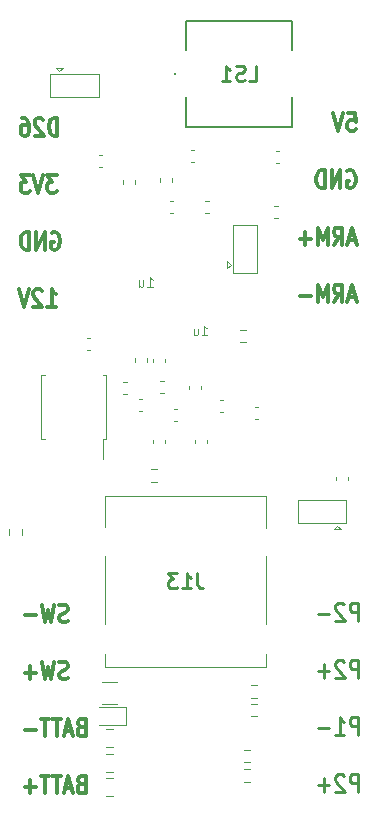
<source format=gbr>
%TF.GenerationSoftware,KiCad,Pcbnew,7.0.5*%
%TF.CreationDate,2023-08-27T23:52:23-07:00*%
%TF.ProjectId,Lyra V2,4c797261-2056-4322-9e6b-696361645f70,rev?*%
%TF.SameCoordinates,Original*%
%TF.FileFunction,Legend,Bot*%
%TF.FilePolarity,Positive*%
%FSLAX46Y46*%
G04 Gerber Fmt 4.6, Leading zero omitted, Abs format (unit mm)*
G04 Created by KiCad (PCBNEW 7.0.5) date 2023-08-27 23:52:23*
%MOMM*%
%LPD*%
G01*
G04 APERTURE LIST*
%ADD10C,0.312500*%
%ADD11C,0.250000*%
%ADD12C,0.100000*%
%ADD13C,0.254000*%
%ADD14C,0.120000*%
%ADD15C,0.200000*%
G04 APERTURE END LIST*
D10*
X133318350Y-70982978D02*
X133913588Y-70982978D01*
X133913588Y-70982978D02*
X133973112Y-71697264D01*
X133973112Y-71697264D02*
X133913588Y-71625835D01*
X133913588Y-71625835D02*
X133794541Y-71554407D01*
X133794541Y-71554407D02*
X133496922Y-71554407D01*
X133496922Y-71554407D02*
X133377874Y-71625835D01*
X133377874Y-71625835D02*
X133318350Y-71697264D01*
X133318350Y-71697264D02*
X133258827Y-71840121D01*
X133258827Y-71840121D02*
X133258827Y-72197264D01*
X133258827Y-72197264D02*
X133318350Y-72340121D01*
X133318350Y-72340121D02*
X133377874Y-72411550D01*
X133377874Y-72411550D02*
X133496922Y-72482978D01*
X133496922Y-72482978D02*
X133794541Y-72482978D01*
X133794541Y-72482978D02*
X133913588Y-72411550D01*
X133913588Y-72411550D02*
X133973112Y-72340121D01*
X132901684Y-70982978D02*
X132485017Y-72482978D01*
X132485017Y-72482978D02*
X132068351Y-70982978D01*
X133258827Y-75884407D02*
X133377874Y-75812978D01*
X133377874Y-75812978D02*
X133556446Y-75812978D01*
X133556446Y-75812978D02*
X133735017Y-75884407D01*
X133735017Y-75884407D02*
X133854065Y-76027264D01*
X133854065Y-76027264D02*
X133913588Y-76170121D01*
X133913588Y-76170121D02*
X133973112Y-76455835D01*
X133973112Y-76455835D02*
X133973112Y-76670121D01*
X133973112Y-76670121D02*
X133913588Y-76955835D01*
X133913588Y-76955835D02*
X133854065Y-77098692D01*
X133854065Y-77098692D02*
X133735017Y-77241550D01*
X133735017Y-77241550D02*
X133556446Y-77312978D01*
X133556446Y-77312978D02*
X133437398Y-77312978D01*
X133437398Y-77312978D02*
X133258827Y-77241550D01*
X133258827Y-77241550D02*
X133199303Y-77170121D01*
X133199303Y-77170121D02*
X133199303Y-76670121D01*
X133199303Y-76670121D02*
X133437398Y-76670121D01*
X132663588Y-77312978D02*
X132663588Y-75812978D01*
X132663588Y-75812978D02*
X131949303Y-77312978D01*
X131949303Y-77312978D02*
X131949303Y-75812978D01*
X131354064Y-77312978D02*
X131354064Y-75812978D01*
X131354064Y-75812978D02*
X131056445Y-75812978D01*
X131056445Y-75812978D02*
X130877874Y-75884407D01*
X130877874Y-75884407D02*
X130758826Y-76027264D01*
X130758826Y-76027264D02*
X130699303Y-76170121D01*
X130699303Y-76170121D02*
X130639779Y-76455835D01*
X130639779Y-76455835D02*
X130639779Y-76670121D01*
X130639779Y-76670121D02*
X130699303Y-76955835D01*
X130699303Y-76955835D02*
X130758826Y-77098692D01*
X130758826Y-77098692D02*
X130877874Y-77241550D01*
X130877874Y-77241550D02*
X131056445Y-77312978D01*
X131056445Y-77312978D02*
X131354064Y-77312978D01*
X133973112Y-81714407D02*
X133377874Y-81714407D01*
X134092160Y-82142978D02*
X133675493Y-80642978D01*
X133675493Y-80642978D02*
X133258827Y-82142978D01*
X132127874Y-82142978D02*
X132544540Y-81428692D01*
X132842159Y-82142978D02*
X132842159Y-80642978D01*
X132842159Y-80642978D02*
X132365969Y-80642978D01*
X132365969Y-80642978D02*
X132246921Y-80714407D01*
X132246921Y-80714407D02*
X132187398Y-80785835D01*
X132187398Y-80785835D02*
X132127874Y-80928692D01*
X132127874Y-80928692D02*
X132127874Y-81142978D01*
X132127874Y-81142978D02*
X132187398Y-81285835D01*
X132187398Y-81285835D02*
X132246921Y-81357264D01*
X132246921Y-81357264D02*
X132365969Y-81428692D01*
X132365969Y-81428692D02*
X132842159Y-81428692D01*
X131592159Y-82142978D02*
X131592159Y-80642978D01*
X131592159Y-80642978D02*
X131175493Y-81714407D01*
X131175493Y-81714407D02*
X130758826Y-80642978D01*
X130758826Y-80642978D02*
X130758826Y-82142978D01*
X130163588Y-81571550D02*
X129211208Y-81571550D01*
X129687398Y-82142978D02*
X129687398Y-81000121D01*
X133973112Y-86544407D02*
X133377874Y-86544407D01*
X134092160Y-86972978D02*
X133675493Y-85472978D01*
X133675493Y-85472978D02*
X133258827Y-86972978D01*
X132127874Y-86972978D02*
X132544540Y-86258692D01*
X132842159Y-86972978D02*
X132842159Y-85472978D01*
X132842159Y-85472978D02*
X132365969Y-85472978D01*
X132365969Y-85472978D02*
X132246921Y-85544407D01*
X132246921Y-85544407D02*
X132187398Y-85615835D01*
X132187398Y-85615835D02*
X132127874Y-85758692D01*
X132127874Y-85758692D02*
X132127874Y-85972978D01*
X132127874Y-85972978D02*
X132187398Y-86115835D01*
X132187398Y-86115835D02*
X132246921Y-86187264D01*
X132246921Y-86187264D02*
X132365969Y-86258692D01*
X132365969Y-86258692D02*
X132842159Y-86258692D01*
X131592159Y-86972978D02*
X131592159Y-85472978D01*
X131592159Y-85472978D02*
X131175493Y-86544407D01*
X131175493Y-86544407D02*
X130758826Y-85472978D01*
X130758826Y-85472978D02*
X130758826Y-86972978D01*
X130163588Y-86401550D02*
X129211208Y-86401550D01*
X108694924Y-72857978D02*
X108694924Y-71357978D01*
X108694924Y-71357978D02*
X108397305Y-71357978D01*
X108397305Y-71357978D02*
X108218734Y-71429407D01*
X108218734Y-71429407D02*
X108099686Y-71572264D01*
X108099686Y-71572264D02*
X108040163Y-71715121D01*
X108040163Y-71715121D02*
X107980639Y-72000835D01*
X107980639Y-72000835D02*
X107980639Y-72215121D01*
X107980639Y-72215121D02*
X108040163Y-72500835D01*
X108040163Y-72500835D02*
X108099686Y-72643692D01*
X108099686Y-72643692D02*
X108218734Y-72786550D01*
X108218734Y-72786550D02*
X108397305Y-72857978D01*
X108397305Y-72857978D02*
X108694924Y-72857978D01*
X107504448Y-71500835D02*
X107444924Y-71429407D01*
X107444924Y-71429407D02*
X107325877Y-71357978D01*
X107325877Y-71357978D02*
X107028258Y-71357978D01*
X107028258Y-71357978D02*
X106909210Y-71429407D01*
X106909210Y-71429407D02*
X106849686Y-71500835D01*
X106849686Y-71500835D02*
X106790163Y-71643692D01*
X106790163Y-71643692D02*
X106790163Y-71786550D01*
X106790163Y-71786550D02*
X106849686Y-72000835D01*
X106849686Y-72000835D02*
X107563972Y-72857978D01*
X107563972Y-72857978D02*
X106790163Y-72857978D01*
X105718734Y-71357978D02*
X105956829Y-71357978D01*
X105956829Y-71357978D02*
X106075877Y-71429407D01*
X106075877Y-71429407D02*
X106135401Y-71500835D01*
X106135401Y-71500835D02*
X106254448Y-71715121D01*
X106254448Y-71715121D02*
X106313972Y-72000835D01*
X106313972Y-72000835D02*
X106313972Y-72572264D01*
X106313972Y-72572264D02*
X106254448Y-72715121D01*
X106254448Y-72715121D02*
X106194925Y-72786550D01*
X106194925Y-72786550D02*
X106075877Y-72857978D01*
X106075877Y-72857978D02*
X105837782Y-72857978D01*
X105837782Y-72857978D02*
X105718734Y-72786550D01*
X105718734Y-72786550D02*
X105659210Y-72715121D01*
X105659210Y-72715121D02*
X105599687Y-72572264D01*
X105599687Y-72572264D02*
X105599687Y-72215121D01*
X105599687Y-72215121D02*
X105659210Y-72072264D01*
X105659210Y-72072264D02*
X105718734Y-72000835D01*
X105718734Y-72000835D02*
X105837782Y-71929407D01*
X105837782Y-71929407D02*
X106075877Y-71929407D01*
X106075877Y-71929407D02*
X106194925Y-72000835D01*
X106194925Y-72000835D02*
X106254448Y-72072264D01*
X106254448Y-72072264D02*
X106313972Y-72215121D01*
X108635401Y-76187978D02*
X107861592Y-76187978D01*
X107861592Y-76187978D02*
X108278258Y-76759407D01*
X108278258Y-76759407D02*
X108099687Y-76759407D01*
X108099687Y-76759407D02*
X107980639Y-76830835D01*
X107980639Y-76830835D02*
X107921115Y-76902264D01*
X107921115Y-76902264D02*
X107861592Y-77045121D01*
X107861592Y-77045121D02*
X107861592Y-77402264D01*
X107861592Y-77402264D02*
X107921115Y-77545121D01*
X107921115Y-77545121D02*
X107980639Y-77616550D01*
X107980639Y-77616550D02*
X108099687Y-77687978D01*
X108099687Y-77687978D02*
X108456830Y-77687978D01*
X108456830Y-77687978D02*
X108575877Y-77616550D01*
X108575877Y-77616550D02*
X108635401Y-77545121D01*
X107504449Y-76187978D02*
X107087782Y-77687978D01*
X107087782Y-77687978D02*
X106671116Y-76187978D01*
X106373496Y-76187978D02*
X105599687Y-76187978D01*
X105599687Y-76187978D02*
X106016353Y-76759407D01*
X106016353Y-76759407D02*
X105837782Y-76759407D01*
X105837782Y-76759407D02*
X105718734Y-76830835D01*
X105718734Y-76830835D02*
X105659210Y-76902264D01*
X105659210Y-76902264D02*
X105599687Y-77045121D01*
X105599687Y-77045121D02*
X105599687Y-77402264D01*
X105599687Y-77402264D02*
X105659210Y-77545121D01*
X105659210Y-77545121D02*
X105718734Y-77616550D01*
X105718734Y-77616550D02*
X105837782Y-77687978D01*
X105837782Y-77687978D02*
X106194925Y-77687978D01*
X106194925Y-77687978D02*
X106313972Y-77616550D01*
X106313972Y-77616550D02*
X106373496Y-77545121D01*
X108218735Y-81089407D02*
X108337782Y-81017978D01*
X108337782Y-81017978D02*
X108516354Y-81017978D01*
X108516354Y-81017978D02*
X108694925Y-81089407D01*
X108694925Y-81089407D02*
X108813973Y-81232264D01*
X108813973Y-81232264D02*
X108873496Y-81375121D01*
X108873496Y-81375121D02*
X108933020Y-81660835D01*
X108933020Y-81660835D02*
X108933020Y-81875121D01*
X108933020Y-81875121D02*
X108873496Y-82160835D01*
X108873496Y-82160835D02*
X108813973Y-82303692D01*
X108813973Y-82303692D02*
X108694925Y-82446550D01*
X108694925Y-82446550D02*
X108516354Y-82517978D01*
X108516354Y-82517978D02*
X108397306Y-82517978D01*
X108397306Y-82517978D02*
X108218735Y-82446550D01*
X108218735Y-82446550D02*
X108159211Y-82375121D01*
X108159211Y-82375121D02*
X108159211Y-81875121D01*
X108159211Y-81875121D02*
X108397306Y-81875121D01*
X107623496Y-82517978D02*
X107623496Y-81017978D01*
X107623496Y-81017978D02*
X106909211Y-82517978D01*
X106909211Y-82517978D02*
X106909211Y-81017978D01*
X106313972Y-82517978D02*
X106313972Y-81017978D01*
X106313972Y-81017978D02*
X106016353Y-81017978D01*
X106016353Y-81017978D02*
X105837782Y-81089407D01*
X105837782Y-81089407D02*
X105718734Y-81232264D01*
X105718734Y-81232264D02*
X105659211Y-81375121D01*
X105659211Y-81375121D02*
X105599687Y-81660835D01*
X105599687Y-81660835D02*
X105599687Y-81875121D01*
X105599687Y-81875121D02*
X105659211Y-82160835D01*
X105659211Y-82160835D02*
X105718734Y-82303692D01*
X105718734Y-82303692D02*
X105837782Y-82446550D01*
X105837782Y-82446550D02*
X106016353Y-82517978D01*
X106016353Y-82517978D02*
X106313972Y-82517978D01*
X107861592Y-87347978D02*
X108575877Y-87347978D01*
X108218734Y-87347978D02*
X108218734Y-85847978D01*
X108218734Y-85847978D02*
X108337782Y-86062264D01*
X108337782Y-86062264D02*
X108456830Y-86205121D01*
X108456830Y-86205121D02*
X108575877Y-86276550D01*
X107385401Y-85990835D02*
X107325877Y-85919407D01*
X107325877Y-85919407D02*
X107206830Y-85847978D01*
X107206830Y-85847978D02*
X106909211Y-85847978D01*
X106909211Y-85847978D02*
X106790163Y-85919407D01*
X106790163Y-85919407D02*
X106730639Y-85990835D01*
X106730639Y-85990835D02*
X106671116Y-86133692D01*
X106671116Y-86133692D02*
X106671116Y-86276550D01*
X106671116Y-86276550D02*
X106730639Y-86490835D01*
X106730639Y-86490835D02*
X107444925Y-87347978D01*
X107444925Y-87347978D02*
X106671116Y-87347978D01*
X106313973Y-85847978D02*
X105897306Y-87347978D01*
X105897306Y-87347978D02*
X105480640Y-85847978D01*
D11*
X134154948Y-113913428D02*
X134154948Y-112413428D01*
X134154948Y-112413428D02*
X133678758Y-112413428D01*
X133678758Y-112413428D02*
X133559710Y-112484857D01*
X133559710Y-112484857D02*
X133500187Y-112556285D01*
X133500187Y-112556285D02*
X133440663Y-112699142D01*
X133440663Y-112699142D02*
X133440663Y-112913428D01*
X133440663Y-112913428D02*
X133500187Y-113056285D01*
X133500187Y-113056285D02*
X133559710Y-113127714D01*
X133559710Y-113127714D02*
X133678758Y-113199142D01*
X133678758Y-113199142D02*
X134154948Y-113199142D01*
X132964472Y-112556285D02*
X132904948Y-112484857D01*
X132904948Y-112484857D02*
X132785901Y-112413428D01*
X132785901Y-112413428D02*
X132488282Y-112413428D01*
X132488282Y-112413428D02*
X132369234Y-112484857D01*
X132369234Y-112484857D02*
X132309710Y-112556285D01*
X132309710Y-112556285D02*
X132250187Y-112699142D01*
X132250187Y-112699142D02*
X132250187Y-112842000D01*
X132250187Y-112842000D02*
X132309710Y-113056285D01*
X132309710Y-113056285D02*
X133023996Y-113913428D01*
X133023996Y-113913428D02*
X132250187Y-113913428D01*
X131714472Y-113342000D02*
X130762092Y-113342000D01*
X134154948Y-118743428D02*
X134154948Y-117243428D01*
X134154948Y-117243428D02*
X133678758Y-117243428D01*
X133678758Y-117243428D02*
X133559710Y-117314857D01*
X133559710Y-117314857D02*
X133500187Y-117386285D01*
X133500187Y-117386285D02*
X133440663Y-117529142D01*
X133440663Y-117529142D02*
X133440663Y-117743428D01*
X133440663Y-117743428D02*
X133500187Y-117886285D01*
X133500187Y-117886285D02*
X133559710Y-117957714D01*
X133559710Y-117957714D02*
X133678758Y-118029142D01*
X133678758Y-118029142D02*
X134154948Y-118029142D01*
X132964472Y-117386285D02*
X132904948Y-117314857D01*
X132904948Y-117314857D02*
X132785901Y-117243428D01*
X132785901Y-117243428D02*
X132488282Y-117243428D01*
X132488282Y-117243428D02*
X132369234Y-117314857D01*
X132369234Y-117314857D02*
X132309710Y-117386285D01*
X132309710Y-117386285D02*
X132250187Y-117529142D01*
X132250187Y-117529142D02*
X132250187Y-117672000D01*
X132250187Y-117672000D02*
X132309710Y-117886285D01*
X132309710Y-117886285D02*
X133023996Y-118743428D01*
X133023996Y-118743428D02*
X132250187Y-118743428D01*
X131714472Y-118172000D02*
X130762092Y-118172000D01*
X131238282Y-118743428D02*
X131238282Y-117600571D01*
X134154948Y-123573428D02*
X134154948Y-122073428D01*
X134154948Y-122073428D02*
X133678758Y-122073428D01*
X133678758Y-122073428D02*
X133559710Y-122144857D01*
X133559710Y-122144857D02*
X133500187Y-122216285D01*
X133500187Y-122216285D02*
X133440663Y-122359142D01*
X133440663Y-122359142D02*
X133440663Y-122573428D01*
X133440663Y-122573428D02*
X133500187Y-122716285D01*
X133500187Y-122716285D02*
X133559710Y-122787714D01*
X133559710Y-122787714D02*
X133678758Y-122859142D01*
X133678758Y-122859142D02*
X134154948Y-122859142D01*
X132250187Y-123573428D02*
X132964472Y-123573428D01*
X132607329Y-123573428D02*
X132607329Y-122073428D01*
X132607329Y-122073428D02*
X132726377Y-122287714D01*
X132726377Y-122287714D02*
X132845425Y-122430571D01*
X132845425Y-122430571D02*
X132964472Y-122502000D01*
X131714472Y-123002000D02*
X130762092Y-123002000D01*
X134154948Y-128403428D02*
X134154948Y-126903428D01*
X134154948Y-126903428D02*
X133678758Y-126903428D01*
X133678758Y-126903428D02*
X133559710Y-126974857D01*
X133559710Y-126974857D02*
X133500187Y-127046285D01*
X133500187Y-127046285D02*
X133440663Y-127189142D01*
X133440663Y-127189142D02*
X133440663Y-127403428D01*
X133440663Y-127403428D02*
X133500187Y-127546285D01*
X133500187Y-127546285D02*
X133559710Y-127617714D01*
X133559710Y-127617714D02*
X133678758Y-127689142D01*
X133678758Y-127689142D02*
X134154948Y-127689142D01*
X132964472Y-127046285D02*
X132904948Y-126974857D01*
X132904948Y-126974857D02*
X132785901Y-126903428D01*
X132785901Y-126903428D02*
X132488282Y-126903428D01*
X132488282Y-126903428D02*
X132369234Y-126974857D01*
X132369234Y-126974857D02*
X132309710Y-127046285D01*
X132309710Y-127046285D02*
X132250187Y-127189142D01*
X132250187Y-127189142D02*
X132250187Y-127332000D01*
X132250187Y-127332000D02*
X132309710Y-127546285D01*
X132309710Y-127546285D02*
X133023996Y-128403428D01*
X133023996Y-128403428D02*
X132250187Y-128403428D01*
X131714472Y-127832000D02*
X130762092Y-127832000D01*
X131238282Y-128403428D02*
X131238282Y-127260571D01*
D10*
X109584162Y-113988750D02*
X109405591Y-114060178D01*
X109405591Y-114060178D02*
X109107972Y-114060178D01*
X109107972Y-114060178D02*
X108988924Y-113988750D01*
X108988924Y-113988750D02*
X108929400Y-113917321D01*
X108929400Y-113917321D02*
X108869877Y-113774464D01*
X108869877Y-113774464D02*
X108869877Y-113631607D01*
X108869877Y-113631607D02*
X108929400Y-113488750D01*
X108929400Y-113488750D02*
X108988924Y-113417321D01*
X108988924Y-113417321D02*
X109107972Y-113345892D01*
X109107972Y-113345892D02*
X109346067Y-113274464D01*
X109346067Y-113274464D02*
X109465115Y-113203035D01*
X109465115Y-113203035D02*
X109524638Y-113131607D01*
X109524638Y-113131607D02*
X109584162Y-112988750D01*
X109584162Y-112988750D02*
X109584162Y-112845892D01*
X109584162Y-112845892D02*
X109524638Y-112703035D01*
X109524638Y-112703035D02*
X109465115Y-112631607D01*
X109465115Y-112631607D02*
X109346067Y-112560178D01*
X109346067Y-112560178D02*
X109048448Y-112560178D01*
X109048448Y-112560178D02*
X108869877Y-112631607D01*
X108453210Y-112560178D02*
X108155591Y-114060178D01*
X108155591Y-114060178D02*
X107917496Y-112988750D01*
X107917496Y-112988750D02*
X107679401Y-114060178D01*
X107679401Y-114060178D02*
X107381782Y-112560178D01*
X106905591Y-113488750D02*
X105953211Y-113488750D01*
X109584162Y-118818750D02*
X109405591Y-118890178D01*
X109405591Y-118890178D02*
X109107972Y-118890178D01*
X109107972Y-118890178D02*
X108988924Y-118818750D01*
X108988924Y-118818750D02*
X108929400Y-118747321D01*
X108929400Y-118747321D02*
X108869877Y-118604464D01*
X108869877Y-118604464D02*
X108869877Y-118461607D01*
X108869877Y-118461607D02*
X108929400Y-118318750D01*
X108929400Y-118318750D02*
X108988924Y-118247321D01*
X108988924Y-118247321D02*
X109107972Y-118175892D01*
X109107972Y-118175892D02*
X109346067Y-118104464D01*
X109346067Y-118104464D02*
X109465115Y-118033035D01*
X109465115Y-118033035D02*
X109524638Y-117961607D01*
X109524638Y-117961607D02*
X109584162Y-117818750D01*
X109584162Y-117818750D02*
X109584162Y-117675892D01*
X109584162Y-117675892D02*
X109524638Y-117533035D01*
X109524638Y-117533035D02*
X109465115Y-117461607D01*
X109465115Y-117461607D02*
X109346067Y-117390178D01*
X109346067Y-117390178D02*
X109048448Y-117390178D01*
X109048448Y-117390178D02*
X108869877Y-117461607D01*
X108453210Y-117390178D02*
X108155591Y-118890178D01*
X108155591Y-118890178D02*
X107917496Y-117818750D01*
X107917496Y-117818750D02*
X107679401Y-118890178D01*
X107679401Y-118890178D02*
X107381782Y-117390178D01*
X106905591Y-118318750D02*
X105953211Y-118318750D01*
X106429401Y-118890178D02*
X106429401Y-117747321D01*
X110715116Y-122934464D02*
X110536544Y-123005892D01*
X110536544Y-123005892D02*
X110477021Y-123077321D01*
X110477021Y-123077321D02*
X110417497Y-123220178D01*
X110417497Y-123220178D02*
X110417497Y-123434464D01*
X110417497Y-123434464D02*
X110477021Y-123577321D01*
X110477021Y-123577321D02*
X110536544Y-123648750D01*
X110536544Y-123648750D02*
X110655592Y-123720178D01*
X110655592Y-123720178D02*
X111131782Y-123720178D01*
X111131782Y-123720178D02*
X111131782Y-122220178D01*
X111131782Y-122220178D02*
X110715116Y-122220178D01*
X110715116Y-122220178D02*
X110596068Y-122291607D01*
X110596068Y-122291607D02*
X110536544Y-122363035D01*
X110536544Y-122363035D02*
X110477021Y-122505892D01*
X110477021Y-122505892D02*
X110477021Y-122648750D01*
X110477021Y-122648750D02*
X110536544Y-122791607D01*
X110536544Y-122791607D02*
X110596068Y-122863035D01*
X110596068Y-122863035D02*
X110715116Y-122934464D01*
X110715116Y-122934464D02*
X111131782Y-122934464D01*
X109941306Y-123291607D02*
X109346068Y-123291607D01*
X110060354Y-123720178D02*
X109643687Y-122220178D01*
X109643687Y-122220178D02*
X109227021Y-123720178D01*
X108988925Y-122220178D02*
X108274639Y-122220178D01*
X108631782Y-123720178D02*
X108631782Y-122220178D01*
X108036544Y-122220178D02*
X107322258Y-122220178D01*
X107679401Y-123720178D02*
X107679401Y-122220178D01*
X106905591Y-123148750D02*
X105953211Y-123148750D01*
X110715116Y-127764464D02*
X110536544Y-127835892D01*
X110536544Y-127835892D02*
X110477021Y-127907321D01*
X110477021Y-127907321D02*
X110417497Y-128050178D01*
X110417497Y-128050178D02*
X110417497Y-128264464D01*
X110417497Y-128264464D02*
X110477021Y-128407321D01*
X110477021Y-128407321D02*
X110536544Y-128478750D01*
X110536544Y-128478750D02*
X110655592Y-128550178D01*
X110655592Y-128550178D02*
X111131782Y-128550178D01*
X111131782Y-128550178D02*
X111131782Y-127050178D01*
X111131782Y-127050178D02*
X110715116Y-127050178D01*
X110715116Y-127050178D02*
X110596068Y-127121607D01*
X110596068Y-127121607D02*
X110536544Y-127193035D01*
X110536544Y-127193035D02*
X110477021Y-127335892D01*
X110477021Y-127335892D02*
X110477021Y-127478750D01*
X110477021Y-127478750D02*
X110536544Y-127621607D01*
X110536544Y-127621607D02*
X110596068Y-127693035D01*
X110596068Y-127693035D02*
X110715116Y-127764464D01*
X110715116Y-127764464D02*
X111131782Y-127764464D01*
X109941306Y-128121607D02*
X109346068Y-128121607D01*
X110060354Y-128550178D02*
X109643687Y-127050178D01*
X109643687Y-127050178D02*
X109227021Y-128550178D01*
X108988925Y-127050178D02*
X108274639Y-127050178D01*
X108631782Y-128550178D02*
X108631782Y-127050178D01*
X108036544Y-127050178D02*
X107322258Y-127050178D01*
X107679401Y-128550178D02*
X107679401Y-127050178D01*
X106905591Y-127978750D02*
X105953211Y-127978750D01*
X106429401Y-128550178D02*
X106429401Y-127407321D01*
D12*
X116324687Y-85646895D02*
X116781830Y-85646895D01*
X116553258Y-85646895D02*
X116553258Y-84846895D01*
X116553258Y-84846895D02*
X116629449Y-84961180D01*
X116629449Y-84961180D02*
X116705639Y-85037371D01*
X116705639Y-85037371D02*
X116781830Y-85075466D01*
X115638972Y-85113561D02*
X115638972Y-85646895D01*
X115981829Y-85113561D02*
X115981829Y-85532609D01*
X115981829Y-85532609D02*
X115943734Y-85608800D01*
X115943734Y-85608800D02*
X115867544Y-85646895D01*
X115867544Y-85646895D02*
X115753258Y-85646895D01*
X115753258Y-85646895D02*
X115677067Y-85608800D01*
X115677067Y-85608800D02*
X115638972Y-85570704D01*
X120924687Y-89746895D02*
X121381830Y-89746895D01*
X121153258Y-89746895D02*
X121153258Y-88946895D01*
X121153258Y-88946895D02*
X121229449Y-89061180D01*
X121229449Y-89061180D02*
X121305639Y-89137371D01*
X121305639Y-89137371D02*
X121381830Y-89175466D01*
X120238972Y-89213561D02*
X120238972Y-89746895D01*
X120581829Y-89213561D02*
X120581829Y-89632609D01*
X120581829Y-89632609D02*
X120543734Y-89708800D01*
X120543734Y-89708800D02*
X120467544Y-89746895D01*
X120467544Y-89746895D02*
X120353258Y-89746895D01*
X120353258Y-89746895D02*
X120277067Y-89708800D01*
X120277067Y-89708800D02*
X120238972Y-89670704D01*
D13*
%TO.C,J13*%
X120560494Y-109922318D02*
X120560494Y-110829461D01*
X120560494Y-110829461D02*
X120620971Y-111010889D01*
X120620971Y-111010889D02*
X120741923Y-111131842D01*
X120741923Y-111131842D02*
X120923352Y-111192318D01*
X120923352Y-111192318D02*
X121044304Y-111192318D01*
X119290494Y-111192318D02*
X120016209Y-111192318D01*
X119653352Y-111192318D02*
X119653352Y-109922318D01*
X119653352Y-109922318D02*
X119774304Y-110103746D01*
X119774304Y-110103746D02*
X119895256Y-110224699D01*
X119895256Y-110224699D02*
X120016209Y-110285175D01*
X118867161Y-109922318D02*
X118080970Y-109922318D01*
X118080970Y-109922318D02*
X118504304Y-110406127D01*
X118504304Y-110406127D02*
X118322875Y-110406127D01*
X118322875Y-110406127D02*
X118201923Y-110466603D01*
X118201923Y-110466603D02*
X118141447Y-110527080D01*
X118141447Y-110527080D02*
X118080970Y-110648032D01*
X118080970Y-110648032D02*
X118080970Y-110950413D01*
X118080970Y-110950413D02*
X118141447Y-111071365D01*
X118141447Y-111071365D02*
X118201923Y-111131842D01*
X118201923Y-111131842D02*
X118322875Y-111192318D01*
X118322875Y-111192318D02*
X118685732Y-111192318D01*
X118685732Y-111192318D02*
X118806685Y-111131842D01*
X118806685Y-111131842D02*
X118867161Y-111071365D01*
%TO.C,LS1*%
X124916428Y-68199318D02*
X125521190Y-68199318D01*
X125521190Y-68199318D02*
X125521190Y-66929318D01*
X124553571Y-68138842D02*
X124372142Y-68199318D01*
X124372142Y-68199318D02*
X124069761Y-68199318D01*
X124069761Y-68199318D02*
X123948809Y-68138842D01*
X123948809Y-68138842D02*
X123888333Y-68078365D01*
X123888333Y-68078365D02*
X123827856Y-67957413D01*
X123827856Y-67957413D02*
X123827856Y-67836461D01*
X123827856Y-67836461D02*
X123888333Y-67715508D01*
X123888333Y-67715508D02*
X123948809Y-67655032D01*
X123948809Y-67655032D02*
X124069761Y-67594556D01*
X124069761Y-67594556D02*
X124311666Y-67534080D01*
X124311666Y-67534080D02*
X124432618Y-67473603D01*
X124432618Y-67473603D02*
X124493095Y-67413127D01*
X124493095Y-67413127D02*
X124553571Y-67292175D01*
X124553571Y-67292175D02*
X124553571Y-67171222D01*
X124553571Y-67171222D02*
X124493095Y-67050270D01*
X124493095Y-67050270D02*
X124432618Y-66989794D01*
X124432618Y-66989794D02*
X124311666Y-66929318D01*
X124311666Y-66929318D02*
X124009285Y-66929318D01*
X124009285Y-66929318D02*
X123827856Y-66989794D01*
X122618332Y-68199318D02*
X123344047Y-68199318D01*
X122981190Y-68199318D02*
X122981190Y-66929318D01*
X122981190Y-66929318D02*
X123102142Y-67110746D01*
X123102142Y-67110746D02*
X123223094Y-67231699D01*
X123223094Y-67231699D02*
X123344047Y-67292175D01*
D14*
%TO.C,C25*%
X120855200Y-94068020D02*
X120855200Y-94349180D01*
X119835200Y-94068020D02*
X119835200Y-94349180D01*
%TO.C,JP5*%
X123600000Y-84525000D02*
X125600000Y-84525000D01*
X125600000Y-84525000D02*
X125600000Y-80425000D01*
X123100000Y-84075000D02*
X123100000Y-83475000D01*
X123400000Y-83775000D02*
X123100000Y-84075000D01*
X123400000Y-83775000D02*
X123100000Y-83475000D01*
X123600000Y-80425000D02*
X123600000Y-84525000D01*
X125600000Y-80425000D02*
X123600000Y-80425000D01*
%TO.C,C26*%
X127184420Y-74140000D02*
X127465580Y-74140000D01*
X127184420Y-75160000D02*
X127465580Y-75160000D01*
%TO.C,C12*%
X117365000Y-76765580D02*
X117365000Y-76484420D01*
X118385000Y-76765580D02*
X118385000Y-76484420D01*
%TO.C,U5*%
X107358600Y-98584600D02*
X107618600Y-98584600D01*
X112548600Y-98584600D02*
X112548600Y-100259600D01*
X112808600Y-98584600D02*
X112548600Y-98584600D01*
X107358600Y-95859600D02*
X107358600Y-98584600D01*
X107358600Y-95859600D02*
X107358600Y-93134600D01*
X112808600Y-95859600D02*
X112808600Y-98584600D01*
X112808600Y-95859600D02*
X112808600Y-93134600D01*
X107358600Y-93134600D02*
X107618600Y-93134600D01*
X112808600Y-93134600D02*
X112548600Y-93134600D01*
%TO.C,C13*%
X121220620Y-78407800D02*
X121501780Y-78407800D01*
X121220620Y-79427800D02*
X121501780Y-79427800D01*
%TO.C,R7*%
X125111742Y-120991300D02*
X125586258Y-120991300D01*
X125111742Y-122036300D02*
X125586258Y-122036300D01*
%TO.C,C28*%
X127365580Y-79810000D02*
X127084420Y-79810000D01*
X127365580Y-78790000D02*
X127084420Y-78790000D01*
%TO.C,C16*%
X112515580Y-75485000D02*
X112234420Y-75485000D01*
X112515580Y-74465000D02*
X112234420Y-74465000D01*
%TO.C,C11*%
X118490580Y-79385000D02*
X118209420Y-79385000D01*
X118490580Y-78365000D02*
X118209420Y-78365000D01*
%TO.C,C18*%
X111456380Y-90984800D02*
X111175220Y-90984800D01*
X111456380Y-89964800D02*
X111175220Y-89964800D01*
%TO.C,JP2*%
X108100000Y-67625000D02*
X108100000Y-69625000D01*
X108100000Y-69625000D02*
X112200000Y-69625000D01*
X108550000Y-67125000D02*
X109150000Y-67125000D01*
X108850000Y-67425000D02*
X108550000Y-67125000D01*
X108850000Y-67425000D02*
X109150000Y-67125000D01*
X112200000Y-67625000D02*
X108100000Y-67625000D01*
X112200000Y-69625000D02*
X112200000Y-67625000D01*
D12*
%TO.C,J13*%
X126332400Y-117843000D02*
X112732400Y-117843000D01*
X126332400Y-116718000D02*
X126332400Y-117843000D01*
X126332400Y-108418000D02*
X126332400Y-114218000D01*
X126332400Y-106118000D02*
X126332400Y-103393000D01*
X126332400Y-103393000D02*
X112732400Y-103393000D01*
X112757400Y-113318000D02*
X112757400Y-113318000D01*
X112757400Y-113218000D02*
X112757400Y-113218000D01*
X112732400Y-117843000D02*
X112732400Y-116718000D01*
X112732400Y-108418000D02*
X112732400Y-114218000D01*
X112732400Y-103393000D02*
X112732400Y-106018000D01*
X112757400Y-113218000D02*
G75*
G03*
X112757400Y-113318000I0J-50000D01*
G01*
X112757400Y-113318000D02*
G75*
G03*
X112757400Y-113218000I0J50000D01*
G01*
D14*
%TO.C,R8*%
X125012258Y-127572500D02*
X124537742Y-127572500D01*
X125012258Y-126527500D02*
X124537742Y-126527500D01*
%TO.C,C5*%
X112863748Y-127290000D02*
X113386252Y-127290000D01*
X112863748Y-128760000D02*
X113386252Y-128760000D01*
%TO.C,R13*%
X104650900Y-106646258D02*
X104650900Y-106171742D01*
X105695900Y-106646258D02*
X105695900Y-106171742D01*
D12*
%TO.C,LS1*%
X118600000Y-67625000D02*
X118600000Y-67625000D01*
X118700000Y-67625000D02*
X118700000Y-67625000D01*
D15*
X119600000Y-63125000D02*
X119600000Y-65625000D01*
X119600000Y-69625000D02*
X119600000Y-72125000D01*
X119600000Y-72125000D02*
X128600000Y-72125000D01*
X128600000Y-63125000D02*
X119600000Y-63125000D01*
X128600000Y-65625000D02*
X128600000Y-63125000D01*
X128600000Y-72125000D02*
X128600000Y-69625000D01*
D12*
X118700000Y-67625000D02*
G75*
G03*
X118600000Y-67625000I-50000J0D01*
G01*
X118600000Y-67625000D02*
G75*
G03*
X118700000Y-67625000I50000J0D01*
G01*
D14*
%TO.C,R6*%
X125586258Y-120461300D02*
X125111742Y-120461300D01*
X125586258Y-119416300D02*
X125111742Y-119416300D01*
%TO.C,C23*%
X125450020Y-95857600D02*
X125731180Y-95857600D01*
X125450020Y-96877600D02*
X125731180Y-96877600D01*
%TO.C,C30*%
X116838000Y-98870380D02*
X116838000Y-98589220D01*
X117858000Y-98870380D02*
X117858000Y-98589220D01*
%TO.C,JP1*%
X133150000Y-105675000D02*
X133150000Y-103675000D01*
X133150000Y-103675000D02*
X129050000Y-103675000D01*
X132700000Y-106175000D02*
X132100000Y-106175000D01*
X132400000Y-105875000D02*
X132700000Y-106175000D01*
X132400000Y-105875000D02*
X132100000Y-106175000D01*
X129050000Y-105675000D02*
X133150000Y-105675000D01*
X129050000Y-103675000D02*
X129050000Y-105675000D01*
%TO.C,C29*%
X115263200Y-91999380D02*
X115263200Y-91718220D01*
X116283200Y-91999380D02*
X116283200Y-91718220D01*
%TO.C,C17*%
X122720980Y-96242600D02*
X122439820Y-96242600D01*
X122720980Y-95222600D02*
X122439820Y-95222600D01*
%TO.C,F2*%
X112522936Y-119140000D02*
X113727064Y-119140000D01*
X112522936Y-120960000D02*
X113727064Y-120960000D01*
%TO.C,R14*%
X117102658Y-102147900D02*
X116628142Y-102147900D01*
X117102658Y-101102900D02*
X116628142Y-101102900D01*
%TO.C,C19*%
X115285000Y-76634420D02*
X115285000Y-76915580D01*
X114265000Y-76634420D02*
X114265000Y-76915580D01*
%TO.C,C15*%
X118553620Y-95984600D02*
X118834780Y-95984600D01*
X118553620Y-97004600D02*
X118834780Y-97004600D01*
%TO.C,FB1*%
X114522500Y-122735000D02*
X112237500Y-122735000D01*
X114522500Y-121265000D02*
X114522500Y-122735000D01*
X112237500Y-121265000D02*
X114522500Y-121265000D01*
%TO.C,C9*%
X132306600Y-102045380D02*
X132306600Y-101764220D01*
X133326600Y-102045380D02*
X133326600Y-101764220D01*
%TO.C,C6*%
X112863748Y-125240000D02*
X113386252Y-125240000D01*
X112863748Y-126710000D02*
X113386252Y-126710000D01*
%TO.C,C20*%
X117436020Y-93647800D02*
X117717180Y-93647800D01*
X117436020Y-94667800D02*
X117717180Y-94667800D01*
%TO.C,R19*%
X124197342Y-89317300D02*
X124671858Y-89317300D01*
X124197342Y-90362300D02*
X124671858Y-90362300D01*
%TO.C,R9*%
X124512741Y-124852500D02*
X124987257Y-124852500D01*
X124512741Y-125897500D02*
X124987257Y-125897500D01*
%TO.C,C27*%
X115862980Y-96217200D02*
X115581820Y-96217200D01*
X115862980Y-95197200D02*
X115581820Y-95197200D01*
%TO.C,C22*%
X116787200Y-92037780D02*
X116787200Y-91756620D01*
X117807200Y-92037780D02*
X117807200Y-91756620D01*
%TO.C,C7*%
X112863748Y-123115000D02*
X113386252Y-123115000D01*
X112863748Y-124585000D02*
X113386252Y-124585000D01*
%TO.C,C21*%
X114567580Y-94718600D02*
X114286420Y-94718600D01*
X114567580Y-93698600D02*
X114286420Y-93698600D01*
%TO.C,C24*%
X120394000Y-98895780D02*
X120394000Y-98614620D01*
X121414000Y-98895780D02*
X121414000Y-98614620D01*
%TO.C,C10*%
X120282580Y-75059000D02*
X120001420Y-75059000D01*
X120282580Y-74039000D02*
X120001420Y-74039000D01*
%TD*%
M02*

</source>
